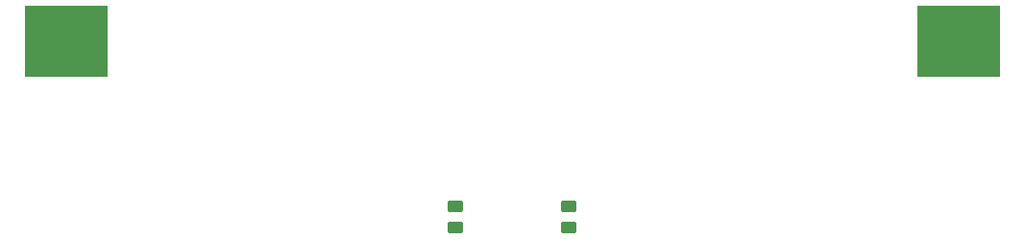
<source format=gbr>
%TF.GenerationSoftware,KiCad,Pcbnew,7.0.7*%
%TF.CreationDate,2023-11-29T00:46:18-05:00*%
%TF.ProjectId,charge_deployment,63686172-6765-45f6-9465-706c6f796d65,rev?*%
%TF.SameCoordinates,Original*%
%TF.FileFunction,Paste,Top*%
%TF.FilePolarity,Positive*%
%FSLAX46Y46*%
G04 Gerber Fmt 4.6, Leading zero omitted, Abs format (unit mm)*
G04 Created by KiCad (PCBNEW 7.0.7) date 2023-11-29 00:46:18*
%MOMM*%
%LPD*%
G01*
G04 APERTURE LIST*
G04 Aperture macros list*
%AMRoundRect*
0 Rectangle with rounded corners*
0 $1 Rounding radius*
0 $2 $3 $4 $5 $6 $7 $8 $9 X,Y pos of 4 corners*
0 Add a 4 corners polygon primitive as box body*
4,1,4,$2,$3,$4,$5,$6,$7,$8,$9,$2,$3,0*
0 Add four circle primitives for the rounded corners*
1,1,$1+$1,$2,$3*
1,1,$1+$1,$4,$5*
1,1,$1+$1,$6,$7*
1,1,$1+$1,$8,$9*
0 Add four rect primitives between the rounded corners*
20,1,$1+$1,$2,$3,$4,$5,0*
20,1,$1+$1,$4,$5,$6,$7,0*
20,1,$1+$1,$6,$7,$8,$9,0*
20,1,$1+$1,$8,$9,$2,$3,0*%
G04 Aperture macros list end*
%ADD10R,7.340000X6.350000*%
%ADD11RoundRect,0.250000X-0.450000X0.262500X-0.450000X-0.262500X0.450000X-0.262500X0.450000X0.262500X0*%
G04 APERTURE END LIST*
D10*
%TO.C,BT1*%
X181830000Y-81000000D03*
X103170000Y-81000000D03*
%TD*%
D11*
%TO.C,R2*%
X147500000Y-95587500D03*
X147500000Y-97412500D03*
%TD*%
%TO.C,R1*%
X137500000Y-95587500D03*
X137500000Y-97412500D03*
%TD*%
M02*

</source>
